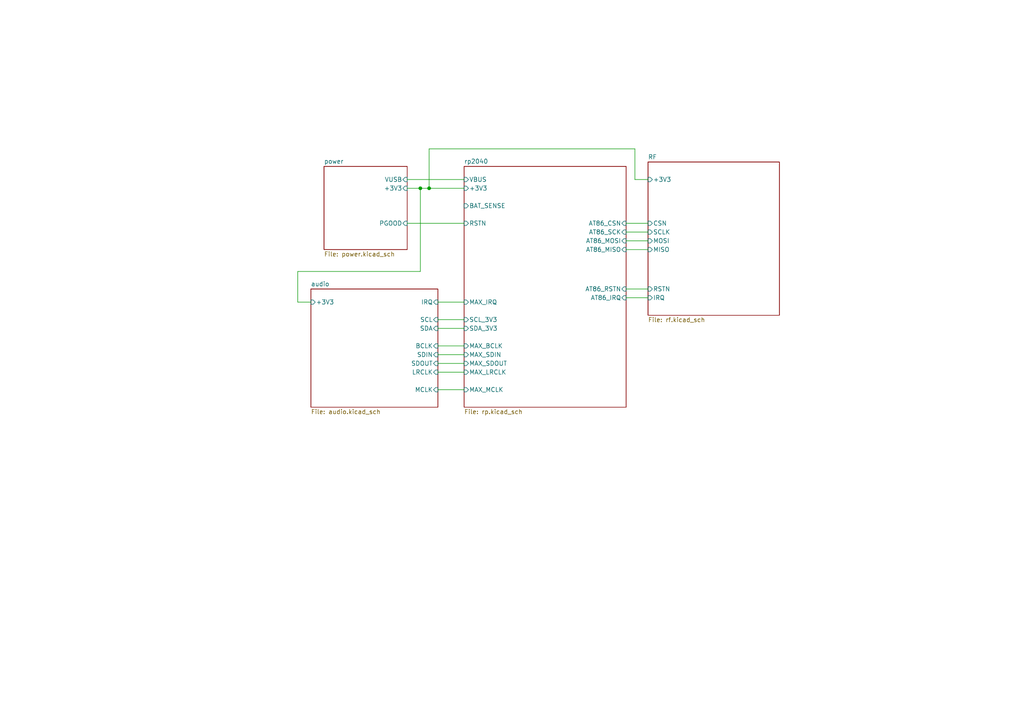
<source format=kicad_sch>
(kicad_sch (version 20211123) (generator eeschema)
  (paper "A4")
  (lib_symbols)
  (junction (at 124.46 54.61))
  (junction (at 121.92 54.61))
  (wire (pts (xy 127 100.33) (xy 134.62 100.33)))
  (wire (pts (xy 127 113.03) (xy 134.62 113.03)))
  (wire (pts (xy 127 105.41) (xy 134.62 105.41)))
  (wire (pts (xy 121.92 54.61) (xy 124.46 54.61)))
  (wire (pts (xy 121.92 78.74) (xy 121.92 54.61)))
  (wire (pts (xy 127 102.87) (xy 134.62 102.87)))
  (wire (pts (xy 181.61 83.82) (xy 187.96 83.82)))
  (wire (pts (xy 86.36 87.63) (xy 86.36 78.74)))
  (wire (pts (xy 90.17 87.63) (xy 86.36 87.63)))
  (wire (pts (xy 181.61 86.36) (xy 187.96 86.36)))
  (wire (pts (xy 184.15 43.18) (xy 184.15 52.07)))
  (wire (pts (xy 127 107.95) (xy 134.62 107.95)))
  (wire (pts (xy 124.46 54.61) (xy 134.62 54.61)))
  (wire (pts (xy 184.15 52.07) (xy 187.96 52.07)))
  (wire (pts (xy 181.61 67.31) (xy 187.96 67.31)))
  (wire (pts (xy 181.61 69.85) (xy 187.96 69.85)))
  (wire (pts (xy 181.61 72.39) (xy 187.96 72.39)))
  (wire (pts (xy 86.36 78.74) (xy 121.92 78.74)))
  (wire (pts (xy 181.61 64.77) (xy 187.96 64.77)))
  (wire (pts (xy 118.11 52.07) (xy 134.62 52.07)))
  (wire (pts (xy 127 92.71) (xy 134.62 92.71)))
  (wire (pts (xy 127 95.25) (xy 134.62 95.25)))
  (wire (pts (xy 127 87.63) (xy 134.62 87.63)))
  (wire (pts (xy 118.11 64.77) (xy 134.62 64.77)))
  (wire (pts (xy 118.11 54.61) (xy 121.92 54.61)))
  (wire (pts (xy 124.46 43.18) (xy 184.15 43.18)))
  (wire (pts (xy 124.46 54.61) (xy 124.46 43.18)))
  (sheet (at 90.17 83.82) (size 36.83 34.29) (stroke (width 0.1524))
    (property "Sheet name" "audio" (at 90.17 83.1084 0) (effects (justify left bottom)))
    (property "Sheet file" "audio.kicad_sch" (at 90.17 118.6946 0) (effects (justify left top)))
    (pin "IRQ" input (at 127 87.63 0))
    (pin "SDA" input (at 127 95.25 0))
    (pin "SCL" input (at 127 92.71 0))
    (pin "+3V3" input (at 90.17 87.63 180))
    (pin "MCLK" input (at 127 113.03 0))
    (pin "SDOUT" input (at 127 105.41 0))
    (pin "SDIN" input (at 127 102.87 0))
    (pin "LRCLK" input (at 127 107.95 0))
    (pin "BCLK" input (at 127 100.33 0))
  )
  (sheet (at 187.96 46.99) (size 38.1 44.45) (stroke (width 0.1524))
    (property "Sheet name" "RF" (at 187.96 46.2784 0) (effects (justify left bottom)))
    (property "Sheet file" "rf.kicad_sch" (at 187.96 92.0246 0) (effects (justify left top)))
    (pin "RSTN" input (at 187.96 83.82 180))
    (pin "CSN" input (at 187.96 64.77 180))
    (pin "MOSI" input (at 187.96 69.85 180))
    (pin "IRQ" input (at 187.96 86.36 180))
    (pin "MISO" input (at 187.96 72.39 180))
    (pin "SCLK" input (at 187.96 67.31 180))
    (pin "+3V3" input (at 187.96 52.07 180))
  )
  (sheet (at 93.98 48.26) (size 24.13 24.13) (stroke (width 0.1524))
    (property "Sheet name" "power" (at 93.98 47.5484 0) (effects (justify left bottom)))
    (property "Sheet file" "power.kicad_sch" (at 93.98 72.9746 0) (effects (justify left top)))
    (pin "PGOOD" input (at 118.11 64.77 0))
    (pin "VUSB" input (at 118.11 52.07 0))
    (pin "+3V3" input (at 118.11 54.61 0))
  )
  (sheet (at 134.62 48.26) (size 46.99 69.85) (stroke (width 0.1524))
    (property "Sheet name" "rp2040" (at 134.62 47.5484 0) (effects (justify left bottom)))
    (property "Sheet file" "rp.kicad_sch" (at 134.62 118.6946 0) (effects (justify left top)))
    (pin "RSTN" input (at 134.62 64.77 180))
    (pin "AT86_IRQ" input (at 181.61 86.36 0))
    (pin "VBUS" input (at 134.62 52.07 180))
    (pin "AT86_SCK" input (at 181.61 67.31 0))
    (pin "AT86_MOSI" input (at 181.61 69.85 0))
    (pin "AT86_MISO" input (at 181.61 72.39 0))
    (pin "AT86_CSN" input (at 181.61 64.77 0))
    (pin "+3V3" input (at 134.62 54.61 180))
    (pin "MAX_MCLK" input (at 134.62 113.03 180))
    (pin "MAX_LRCLK" input (at 134.62 107.95 180))
    (pin "MAX_SDIN" input (at 134.62 102.87 180))
    (pin "MAX_SDOUT" input (at 134.62 105.41 180))
    (pin "MAX_BCLK" input (at 134.62 100.33 180))
    (pin "MAX_IRQ" input (at 134.62 87.63 180))
    (pin "AT86_RSTN" input (at 181.61 83.82 0))
    (pin "SDA_3V3" input (at 134.62 95.25 180))
    (pin "SCL_3V3" input (at 134.62 92.71 180))
    (pin "BAT_SENSE" input (at 134.62 59.69 180))
  )
)
</source>
